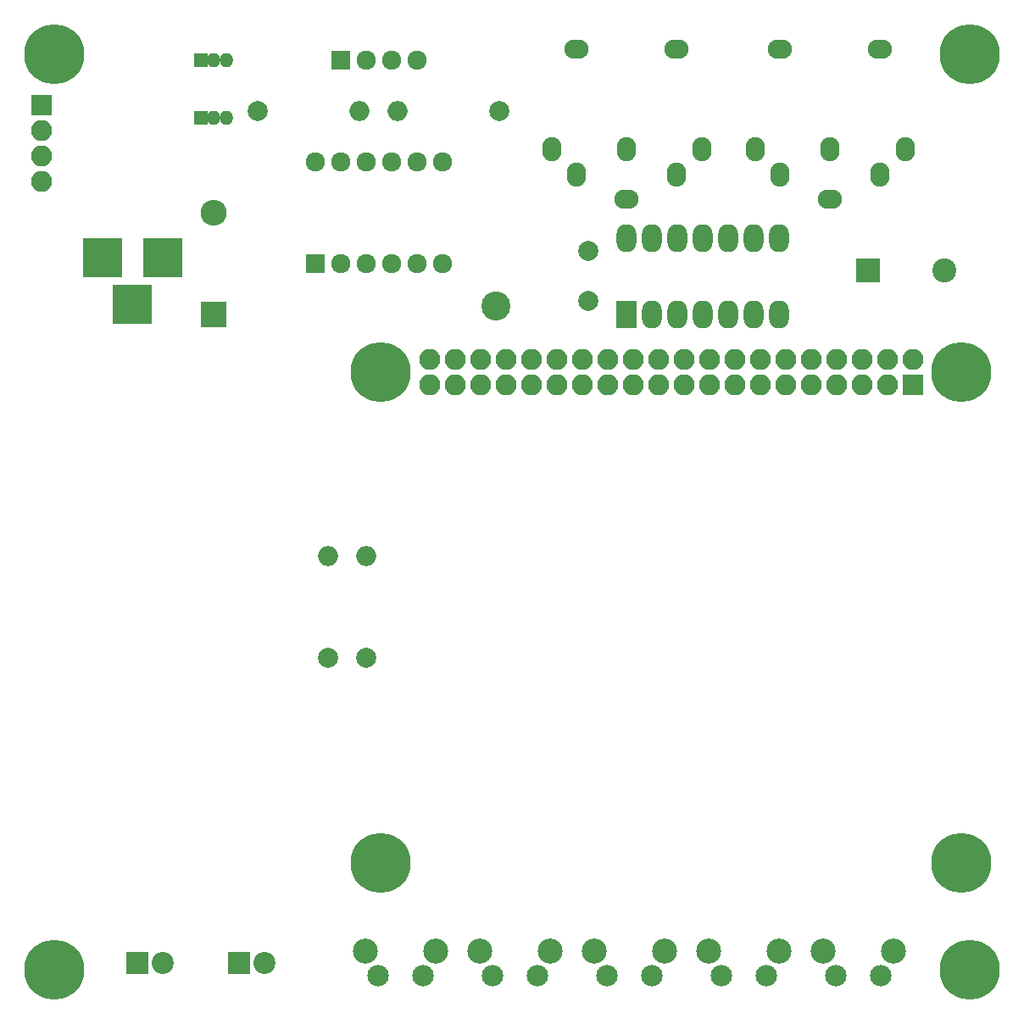
<source format=gts>
G04 #@! TF.GenerationSoftware,KiCad,Pcbnew,(5.1.5)-3*
G04 #@! TF.CreationDate,2020-06-19T22:35:00+02:00*
G04 #@! TF.ProjectId,C64 Pi1541-II Module,43363420-5069-4313-9534-312d4949204d,rev?*
G04 #@! TF.SameCoordinates,Original*
G04 #@! TF.FileFunction,Soldermask,Top*
G04 #@! TF.FilePolarity,Negative*
%FSLAX46Y46*%
G04 Gerber Fmt 4.6, Leading zero omitted, Abs format (unit mm)*
G04 Created by KiCad (PCBNEW (5.1.5)-3) date 2020-06-19 22:35:00*
%MOMM*%
%LPD*%
G04 APERTURE LIST*
%ADD10C,2.500000*%
%ADD11C,2.150000*%
%ADD12O,2.100000X2.100000*%
%ADD13R,2.100000X2.100000*%
%ADD14C,6.000000*%
%ADD15C,2.400000*%
%ADD16R,2.400000X2.400000*%
%ADD17C,2.000000*%
%ADD18O,2.600000X2.600000*%
%ADD19R,2.600000X2.600000*%
%ADD20R,2.200000X2.200000*%
%ADD21C,2.200000*%
%ADD22R,1.924000X1.924000*%
%ADD23C,1.924000*%
%ADD24C,2.900000*%
%ADD25O,2.000000X2.800000*%
%ADD26R,2.000000X2.800000*%
%ADD27R,3.900000X3.900000*%
%ADD28O,1.924000X2.400000*%
%ADD29O,2.400000X1.924000*%
%ADD30O,2.000000X2.000000*%
%ADD31O,1.400000X1.400000*%
%ADD32R,1.400000X1.400000*%
G04 APERTURE END LIST*
D10*
X136505000Y-147370000D03*
D11*
X135255000Y-149860000D03*
X130755000Y-149860000D03*
D10*
X129495000Y-147370000D03*
X147935000Y-147370000D03*
D11*
X146685000Y-149860000D03*
X142185000Y-149860000D03*
D10*
X140925000Y-147370000D03*
X152355000Y-147370000D03*
D11*
X153615000Y-149860000D03*
X158115000Y-149860000D03*
D10*
X159365000Y-147370000D03*
X113645000Y-147370000D03*
D11*
X112395000Y-149860000D03*
X107895000Y-149860000D03*
D10*
X106635000Y-147370000D03*
X118065000Y-147370000D03*
D11*
X119325000Y-149860000D03*
X123825000Y-149860000D03*
D10*
X125075000Y-147370000D03*
D12*
X74295000Y-70485000D03*
X74295000Y-67945000D03*
X74295000Y-65405000D03*
D13*
X74295000Y-62865000D03*
D14*
X108160000Y-89535000D03*
X166160000Y-138535000D03*
X108160000Y-138535000D03*
X166160000Y-89535000D03*
D12*
X113030000Y-88265000D03*
X113030000Y-90805000D03*
X130810000Y-88265000D03*
X130810000Y-90805000D03*
X135890000Y-88265000D03*
X135890000Y-90805000D03*
X125730000Y-88265000D03*
X125730000Y-90805000D03*
X153670000Y-88265000D03*
X153670000Y-90805000D03*
X123190000Y-88265000D03*
X123190000Y-90805000D03*
X140970000Y-88265000D03*
X140970000Y-90805000D03*
X118110000Y-88265000D03*
X118110000Y-90805000D03*
X120650000Y-88265000D03*
X120650000Y-90805000D03*
X115570000Y-88265000D03*
X115570000Y-90805000D03*
X138430000Y-88265000D03*
X138430000Y-90805000D03*
X151130000Y-88265000D03*
X151130000Y-90805000D03*
X146050000Y-88265000D03*
X146050000Y-90805000D03*
X128270000Y-88265000D03*
X128270000Y-90805000D03*
X148590000Y-88265000D03*
X148590000Y-90805000D03*
X133350000Y-88265000D03*
X133350000Y-90805000D03*
D13*
X161290000Y-90805000D03*
D12*
X161290000Y-88265000D03*
X156210000Y-90805000D03*
X158750000Y-88265000D03*
X143510000Y-88265000D03*
X143510000Y-90805000D03*
X158750000Y-90805000D03*
X156210000Y-88265000D03*
D14*
X75565000Y-149225000D03*
X167005000Y-149225000D03*
X167005000Y-57785000D03*
X75565000Y-57785000D03*
D15*
X164445000Y-79375000D03*
D16*
X156845000Y-79375000D03*
D17*
X128905000Y-82470000D03*
X128905000Y-77470000D03*
D18*
X91440000Y-73660000D03*
D19*
X91440000Y-83820000D03*
D20*
X93980000Y-148590000D03*
D21*
X96520000Y-148590000D03*
X86360000Y-148590000D03*
D20*
X83820000Y-148590000D03*
D22*
X104140000Y-58420000D03*
D23*
X106680000Y-58420000D03*
X109220000Y-58420000D03*
X111760000Y-58420000D03*
D24*
X119700000Y-82920000D03*
D25*
X132715000Y-76200000D03*
X147955000Y-83820000D03*
X135255000Y-76200000D03*
X145415000Y-83820000D03*
X137795000Y-76200000D03*
X142875000Y-83820000D03*
X140335000Y-76200000D03*
X140335000Y-83820000D03*
X142875000Y-76200000D03*
X137795000Y-83820000D03*
X145415000Y-76200000D03*
X135255000Y-83820000D03*
X147955000Y-76200000D03*
D26*
X132715000Y-83820000D03*
D22*
X101600000Y-78740000D03*
D23*
X104140000Y-78740000D03*
X106680000Y-78740000D03*
X109220000Y-78740000D03*
X111760000Y-78740000D03*
X114300000Y-78740000D03*
X114300000Y-68580000D03*
X111760000Y-68580000D03*
X109220000Y-68580000D03*
X106680000Y-68580000D03*
X104140000Y-68580000D03*
X101600000Y-68580000D03*
D27*
X83360000Y-82805000D03*
X80360000Y-78105000D03*
X86360000Y-78105000D03*
D28*
X158035000Y-69810000D03*
X148035000Y-69810000D03*
X160535000Y-67310000D03*
X145535000Y-67310000D03*
D29*
X158035000Y-57310000D03*
X148035000Y-57310000D03*
D28*
X153035000Y-67310000D03*
D29*
X153035000Y-72310000D03*
X132715000Y-72310000D03*
D28*
X132715000Y-67310000D03*
D29*
X127715000Y-57310000D03*
X137715000Y-57310000D03*
D28*
X125215000Y-67310000D03*
X140215000Y-67310000D03*
X127715000Y-69810000D03*
X137715000Y-69810000D03*
D17*
X95885000Y-63500000D03*
D30*
X106045000Y-63500000D03*
X109855000Y-63500000D03*
D17*
X120015000Y-63500000D03*
D30*
X102870000Y-107950000D03*
D17*
X102870000Y-118110000D03*
X106680000Y-118110000D03*
D30*
X106680000Y-107950000D03*
D31*
X92710000Y-58420000D03*
X91440000Y-58420000D03*
D32*
X90170000Y-58420000D03*
X90170000Y-64135000D03*
D31*
X91440000Y-64135000D03*
X92710000Y-64135000D03*
M02*

</source>
